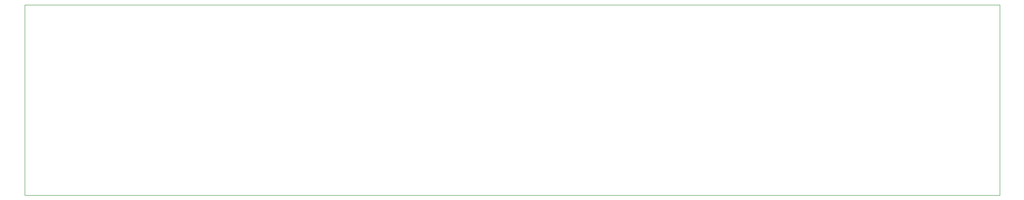
<source format=gbr>
%TF.GenerationSoftware,KiCad,Pcbnew,9.0.0*%
%TF.CreationDate,2025-08-17T09:20:07-07:00*%
%TF.ProjectId,FoxHuntAttenuator,466f7848-756e-4744-9174-74656e756174,rev?*%
%TF.SameCoordinates,Original*%
%TF.FileFunction,Profile,NP*%
%FSLAX46Y46*%
G04 Gerber Fmt 4.6, Leading zero omitted, Abs format (unit mm)*
G04 Created by KiCad (PCBNEW 9.0.0) date 2025-08-17 09:20:07*
%MOMM*%
%LPD*%
G01*
G04 APERTURE LIST*
%TA.AperFunction,Profile*%
%ADD10C,0.050000*%
%TD*%
G04 APERTURE END LIST*
D10*
X69850000Y-102108000D02*
X257048000Y-102108000D01*
X257048000Y-138684000D01*
X69850000Y-138684000D01*
X69850000Y-102108000D01*
M02*

</source>
